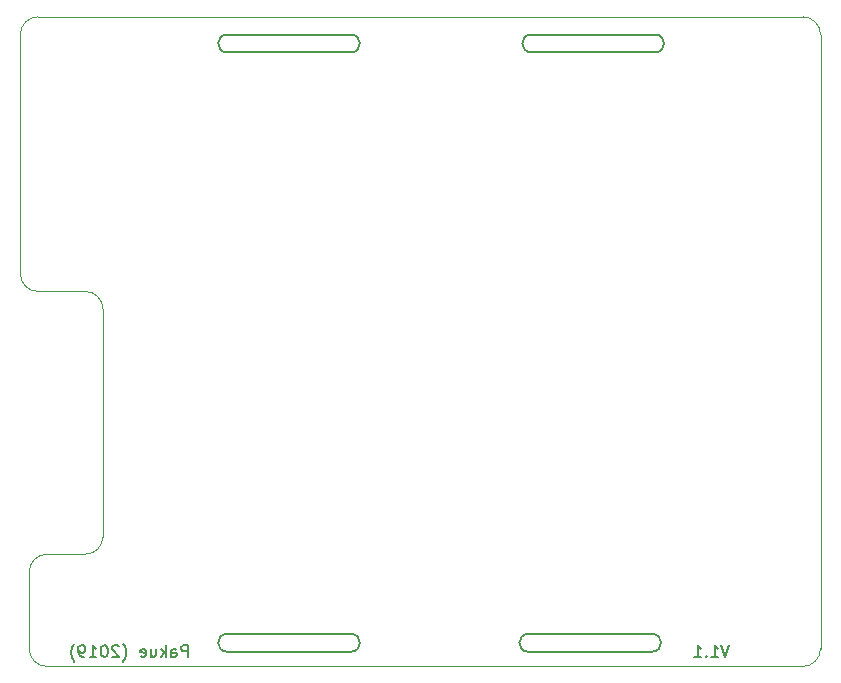
<source format=gbr>
%TF.GenerationSoftware,KiCad,Pcbnew,(5.1.0-0)*%
%TF.CreationDate,2019-05-08T03:50:09+02:00*%
%TF.ProjectId,VFD_Watch,5646445f-5761-4746-9368-2e6b69636164,rev?*%
%TF.SameCoordinates,Original*%
%TF.FileFunction,Legend,Bot*%
%TF.FilePolarity,Positive*%
%FSLAX46Y46*%
G04 Gerber Fmt 4.6, Leading zero omitted, Abs format (unit mm)*
G04 Created by KiCad (PCBNEW (5.1.0-0)) date 2019-05-08 03:50:09*
%MOMM*%
%LPD*%
G04 APERTURE LIST*
%ADD10C,0.150000*%
%ADD11C,0.050000*%
G04 APERTURE END LIST*
D10*
X146773809Y-126202380D02*
X146440476Y-127202380D01*
X146107142Y-126202380D01*
X145250000Y-127202380D02*
X145821428Y-127202380D01*
X145535714Y-127202380D02*
X145535714Y-126202380D01*
X145630952Y-126345238D01*
X145726190Y-126440476D01*
X145821428Y-126488095D01*
X144821428Y-127107142D02*
X144773809Y-127154761D01*
X144821428Y-127202380D01*
X144869047Y-127154761D01*
X144821428Y-127107142D01*
X144821428Y-127202380D01*
X143821428Y-127202380D02*
X144392857Y-127202380D01*
X144107142Y-127202380D02*
X144107142Y-126202380D01*
X144202380Y-126345238D01*
X144297619Y-126440476D01*
X144392857Y-126488095D01*
X100952380Y-127202380D02*
X100952380Y-126202380D01*
X100571428Y-126202380D01*
X100476190Y-126250000D01*
X100428571Y-126297619D01*
X100380952Y-126392857D01*
X100380952Y-126535714D01*
X100428571Y-126630952D01*
X100476190Y-126678571D01*
X100571428Y-126726190D01*
X100952380Y-126726190D01*
X99523809Y-127202380D02*
X99523809Y-126678571D01*
X99571428Y-126583333D01*
X99666666Y-126535714D01*
X99857142Y-126535714D01*
X99952380Y-126583333D01*
X99523809Y-127154761D02*
X99619047Y-127202380D01*
X99857142Y-127202380D01*
X99952380Y-127154761D01*
X100000000Y-127059523D01*
X100000000Y-126964285D01*
X99952380Y-126869047D01*
X99857142Y-126821428D01*
X99619047Y-126821428D01*
X99523809Y-126773809D01*
X99047619Y-127202380D02*
X99047619Y-126202380D01*
X98952380Y-126821428D02*
X98666666Y-127202380D01*
X98666666Y-126535714D02*
X99047619Y-126916666D01*
X97809523Y-126535714D02*
X97809523Y-127202380D01*
X98238095Y-126535714D02*
X98238095Y-127059523D01*
X98190476Y-127154761D01*
X98095238Y-127202380D01*
X97952380Y-127202380D01*
X97857142Y-127154761D01*
X97809523Y-127107142D01*
X96952380Y-127154761D02*
X97047619Y-127202380D01*
X97238095Y-127202380D01*
X97333333Y-127154761D01*
X97380952Y-127059523D01*
X97380952Y-126678571D01*
X97333333Y-126583333D01*
X97238095Y-126535714D01*
X97047619Y-126535714D01*
X96952380Y-126583333D01*
X96904761Y-126678571D01*
X96904761Y-126773809D01*
X97380952Y-126869047D01*
X95428571Y-127583333D02*
X95476190Y-127535714D01*
X95571428Y-127392857D01*
X95619047Y-127297619D01*
X95666666Y-127154761D01*
X95714285Y-126916666D01*
X95714285Y-126726190D01*
X95666666Y-126488095D01*
X95619047Y-126345238D01*
X95571428Y-126250000D01*
X95476190Y-126107142D01*
X95428571Y-126059523D01*
X95095238Y-126297619D02*
X95047619Y-126250000D01*
X94952380Y-126202380D01*
X94714285Y-126202380D01*
X94619047Y-126250000D01*
X94571428Y-126297619D01*
X94523809Y-126392857D01*
X94523809Y-126488095D01*
X94571428Y-126630952D01*
X95142857Y-127202380D01*
X94523809Y-127202380D01*
X93904761Y-126202380D02*
X93809523Y-126202380D01*
X93714285Y-126250000D01*
X93666666Y-126297619D01*
X93619047Y-126392857D01*
X93571428Y-126583333D01*
X93571428Y-126821428D01*
X93619047Y-127011904D01*
X93666666Y-127107142D01*
X93714285Y-127154761D01*
X93809523Y-127202380D01*
X93904761Y-127202380D01*
X94000000Y-127154761D01*
X94047619Y-127107142D01*
X94095238Y-127011904D01*
X94142857Y-126821428D01*
X94142857Y-126583333D01*
X94095238Y-126392857D01*
X94047619Y-126297619D01*
X94000000Y-126250000D01*
X93904761Y-126202380D01*
X92619047Y-127202380D02*
X93190476Y-127202380D01*
X92904761Y-127202380D02*
X92904761Y-126202380D01*
X93000000Y-126345238D01*
X93095238Y-126440476D01*
X93190476Y-126488095D01*
X92142857Y-127202380D02*
X91952380Y-127202380D01*
X91857142Y-127154761D01*
X91809523Y-127107142D01*
X91714285Y-126964285D01*
X91666666Y-126773809D01*
X91666666Y-126392857D01*
X91714285Y-126297619D01*
X91761904Y-126250000D01*
X91857142Y-126202380D01*
X92047619Y-126202380D01*
X92142857Y-126250000D01*
X92190476Y-126297619D01*
X92238095Y-126392857D01*
X92238095Y-126630952D01*
X92190476Y-126726190D01*
X92142857Y-126773809D01*
X92047619Y-126821428D01*
X91857142Y-126821428D01*
X91761904Y-126773809D01*
X91714285Y-126726190D01*
X91666666Y-126630952D01*
X91333333Y-127583333D02*
X91285714Y-127535714D01*
X91190476Y-127392857D01*
X91142857Y-127297619D01*
X91095238Y-127154761D01*
X91047619Y-126916666D01*
X91047619Y-126726190D01*
X91095238Y-126488095D01*
X91142857Y-126345238D01*
X91190476Y-126250000D01*
X91285714Y-126107142D01*
X91333333Y-126059523D01*
D11*
X93750000Y-117000000D02*
G75*
G02X92250000Y-118500000I-1500000J0D01*
G01*
X92250000Y-96250000D02*
G75*
G02X93750000Y-97750000I0J-1500000D01*
G01*
X88250000Y-96250000D02*
G75*
G02X86750000Y-94750000I0J1500000D01*
G01*
X87500000Y-120000000D02*
G75*
G02X89000000Y-118500000I1500000J0D01*
G01*
X89000000Y-128000000D02*
G75*
G02X87500000Y-126500000I0J1500000D01*
G01*
X154500000Y-126500000D02*
G75*
G02X153000000Y-128000000I-1500000J0D01*
G01*
X153000000Y-73000000D02*
G75*
G02X154500000Y-74500000I0J-1500000D01*
G01*
X86750000Y-74500000D02*
G75*
G02X88250000Y-73000000I1500000J0D01*
G01*
X87500000Y-120000000D02*
X87500000Y-126500000D01*
X92250000Y-118500000D02*
X89000000Y-118500000D01*
X93750000Y-97750000D02*
X93750000Y-117000000D01*
X88250000Y-96250000D02*
X92250000Y-96250000D01*
X86750000Y-76750000D02*
X86750000Y-94750000D01*
X86750000Y-74500000D02*
X86750000Y-76750000D01*
X153000000Y-73000000D02*
X88250000Y-73000000D01*
X154500000Y-74500000D02*
X154500000Y-126500000D01*
X89000000Y-128000000D02*
X153000000Y-128000000D01*
D10*
X140500000Y-76000000D02*
X130000000Y-76000000D01*
X130000000Y-74500000D02*
X140500000Y-74500000D01*
X140500000Y-74500000D02*
G75*
G02X140500000Y-76000000I0J-750000D01*
G01*
X130000000Y-76000000D02*
G75*
G02X130000000Y-74500000I0J750000D01*
G01*
X114750000Y-76000000D02*
X104250000Y-76000000D01*
X104250000Y-74500000D02*
X114750000Y-74500000D01*
X114750000Y-74500000D02*
G75*
G02X114750000Y-76000000I0J-750000D01*
G01*
X104250000Y-76000000D02*
G75*
G02X104250000Y-74500000I0J750000D01*
G01*
X140250000Y-126750000D02*
X129750000Y-126750000D01*
X129750000Y-125250000D02*
X140250000Y-125250000D01*
X140250000Y-125250000D02*
G75*
G02X140250000Y-126750000I0J-750000D01*
G01*
X129750000Y-126750000D02*
G75*
G02X129750000Y-125250000I0J750000D01*
G01*
X114750000Y-126750000D02*
X104250000Y-126750000D01*
X104250000Y-125250000D02*
X114750000Y-125250000D01*
X114750000Y-125250000D02*
G75*
G02X114750000Y-126750000I0J-750000D01*
G01*
X104250000Y-126750000D02*
G75*
G02X104250000Y-125250000I0J750000D01*
G01*
M02*

</source>
